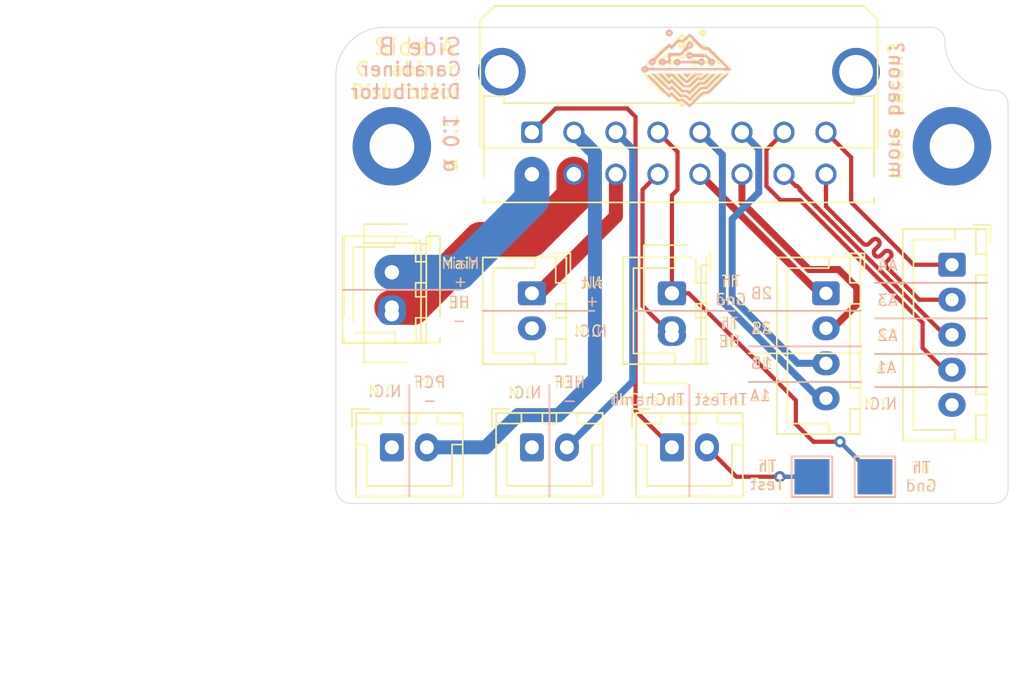
<source format=kicad_pcb>
(kicad_pcb (version 20211014) (generator pcbnew)
  (layers (0 "F.Cu" signal) (31 "B.Cu" signal) (34 "B.Paste" user) (35 "F.Paste" user) (36 "B.SilkS" user "B.Silkscreen") (37 "F.SilkS" user "F.Silkscreen") (38 "B.Mask" user) (39 "F.Mask" user) (44 "Edge.Cuts" user))
  (net 0 "")
  (net 1 "PcFanGnd")
  (net 2 "HotendFanGnd")
  (net 3 "A4")
  (net 4 "Stepper1A")
  (net 5 "Stepper1B")
  (net 6 "Stepper2A")
  (net 7 "Stepper2B")
  (net 8 "HotendNeg")
  (net 9 "A1")
  (net 10 "A2")
  (net 11 "A3")
  (net 12 "HotendFanSwitch")
  (net 13 "PcFanSwitch")
  (net 14 "AltVolt")
  (net 15 "ThCommonGnd")
  (net 16 "ThChamber")
  (net 17 "HotendVoltage")
  (net 18 "ThHotend")
  (net 21 "ThCommonTestPoint")
  (footprint "Connector_Molex:Molex_Micro-Fit_3.0_43045-1621_2x08-1MP_P3.00mm_Horizontal" (layer "F.Cu") (at 80 30)
    (fp_text reference "J2" hide)
    (fp_text value "MF-Horizontal 43045-1621")
    (pad "1" thru_hole roundrect (at 0 0) (size 1.5 1.5) (drill 1.02) (layers *.Cu *.Mask) (roundrect_rratio 0.166667) (net 16 "ThChamber"))
    (pad "2" thru_hole circle (at 3 0) (size 1.5 1.5) (drill 1.02) (layers *.Cu *.Mask) (net 1 "PcFanGnd"))
    (pad "3" thru_hole circle (at 6 0) (size 1.5 1.5) (drill 1.02) (layers *.Cu *.Mask) (net 2 "HotendFanGnd"))
    (pad "4" thru_hole circle (at 9 0) (size 1.5 1.5) (drill 1.02) (layers *.Cu *.Mask) (net 15 "ThCommonGnd"))
    (pad "5" thru_hole circle (at 12 0) (size 1.5 1.5) (drill 1.02) (layers *.Cu *.Mask) (net 4 "Stepper1A"))
    (pad "6" thru_hole circle (at 15 0) (size 1.5 1.5) (drill 1.02) (layers *.Cu *.Mask) (net 5 "Stepper1B"))
    (pad "7" thru_hole circle (at 18 0) (size 1.5 1.5) (drill 1.02) (layers *.Cu *.Mask) (net 9 "A1"))
    (pad "8" thru_hole circle (at 21 0) (size 1.5 1.5) (drill 1.02) (layers *.Cu *.Mask) (net 3 "A4"))
    (pad "9" thru_hole circle (at 0 3) (size 1.5 1.5) (drill 1.02) (layers *.Cu *.Mask) (net 17 "HotendVoltage"))
    (pad "10" thru_hole circle (at 3 3) (size 1.5 1.5) (drill 1.02) (layers *.Cu *.Mask) (net 8 "HotendNeg"))
    (pad "11" thru_hole circle (at 6 3) (size 1.5 1.5) (drill 1.02) (layers *.Cu *.Mask) (net 14 "AltVolt"))
    (pad "12" thru_hole circle (at 9 3) (size 1.5 1.5) (drill 1.02) (layers *.Cu *.Mask) (net 18 "ThHotend"))
    (pad "13" thru_hole circle (at 12 3) (size 1.5 1.5) (drill 1.02) (layers *.Cu *.Mask) (net 7 "Stepper2B"))
    (pad "14" thru_hole circle (at 15 3) (size 1.5 1.5) (drill 1.02) (layers *.Cu *.Mask) (net 6 "Stepper2A"))
    (pad "15" thru_hole circle (at 18 3) (size 1.5 1.5) (drill 1.02) (layers *.Cu *.Mask) (net 10 "A2"))
    (pad "16" thru_hole circle (at 21 3) (size 1.5 1.5) (drill 1.02) (layers *.Cu *.Mask) (net 11 "A3"))
    (pad "MP" thru_hole circle (at -2.15 -4.32) (size 3.41 3.41) (drill 2.41) (layers *.Cu *.Mask))
    (pad "MP" thru_hole circle (at 23.15 -4.32) (size 3.41 3.41) (drill 2.41) (layers *.Cu *.Mask))
  )
  (footprint "Connector_Molex:Molex_Micro-Fit_3.0_43650-0215_1x02_P3.00mm_Vertical" (layer "F.Cu") (at 90 41.5 -90)
    (fp_text reference "ThHe_MF1" hide)
    (fp_text value "Thermistor MF 43650-0215")
    (pad "" np_thru_hole circle (at -3 -1.96 270) (size 1.27 1.27) (drill 1.27) (layers *.Cu *.Mask))
    (pad "" np_thru_hole circle (at 6 -1.96 270) (size 1.27 1.27) (drill 1.27) (layers *.Cu *.Mask))
    (pad "1" thru_hole roundrect (at 0 0 270) (size 1.5 2.02) (drill 1.02) (layers *.Cu *.Mask) (roundrect_rratio 0.166667) (net 15 "ThCommonGnd"))
    (pad "2" thru_hole oval (at 3 0 270) (size 1.5 2.02) (drill 1.02) (layers *.Cu *.Mask) (net 18 "ThHotend"))
  )
  (footprint "Connector_JST:JST_XH_B4B-XH-A_1x04_P2.50mm_Vertical" (layer "F.Cu") (at 101 41.5 -90)
    (fp_text reference "Stepper1" hide)
    (fp_text value "E-Stepper")
    (pad "1" thru_hole roundrect (at 0 0 270) (size 1.7 1.95) (drill 0.95) (layers *.Cu *.Mask) (roundrect_rratio 0.147059) (net 7 "Stepper2B"))
    (pad "2" thru_hole oval (at 2.5 0 270) (size 1.7 1.95) (drill 0.95) (layers *.Cu *.Mask) (net 6 "Stepper2A"))
    (pad "3" thru_hole oval (at 5 0 270) (size 1.7 1.95) (drill 0.95) (layers *.Cu *.Mask) (net 5 "Stepper1B"))
    (pad "4" thru_hole oval (at 7.5 0 270) (size 1.7 1.95) (drill 0.95) (layers *.Cu *.Mask) (net 4 "Stepper1A"))
  )
  (footprint "Connector_JST:JST_XH_B2B-XH-A_1x02_P2.50mm_Vertical" (layer "F.Cu") (at 80 52.5)
    (fp_text reference "HEF1" hide)
    (fp_text value "HotendFan")
    (pad "1" thru_hole roundrect (at 0 0) (size 1.7 2) (drill 1) (layers *.Cu *.Mask) (roundrect_rratio 0.147059) (net 12 "HotendFanSwitch"))
    (pad "2" thru_hole oval (at 2.5 0) (size 1.7 2) (drill 1) (layers *.Cu *.Mask) (net 2 "HotendFanGnd"))
  )
  (footprint "Connector_JST:JST_XH_B2B-XH-A_1x02_P2.50mm_Vertical" (layer "F.Cu") (at 90 41.5 -90)
    (fp_text reference "ThHE1" hide)
    (fp_text value "Thermistor")
    (pad "1" thru_hole roundrect (at 0 0 270) (size 1.7 2) (drill 1) (layers *.Cu *.Mask) (roundrect_rratio 0.147059) (net 15 "ThCommonGnd"))
    (pad "2" thru_hole oval (at 2.5 0 270) (size 1.7 2) (drill 1) (layers *.Cu *.Mask) (net 18 "ThHotend"))
  )
  (footprint "TestPoint:TestPoint_Pad_2.5x2.5mm" (layer "F.Cu") (at 104.5 54.6)
    (fp_text reference "TP2" hide)
    (fp_text value "TestPoint")
    (pad "1" smd rect (at 0 0) (size 2.5 2.5) (layers "F.Cu" "F.Mask") (net 15 "ThCommonGnd"))
  )
  (footprint "MountingHole:MountingHole_3.2mm_M3_DIN965_Pad" (layer "F.Cu") (at 110 31)
    (fp_text reference "H1" hide)
    (fp_text value "MountingHole")
    (pad "1" thru_hole circle (at 0 0) (size 5.6 5.6) (drill 3.2) (layers *.Cu *.Mask))
  )
  (footprint "MountingHole:MountingHole_3.2mm_M3_DIN965_Pad" (layer "F.Cu") (at 70 31)
    (fp_text reference "H2" hide)
    (fp_text value "MountingHole")
    (pad "1" thru_hole circle (at 0 0) (size 5.6 5.6) (drill 3.2) (layers *.Cu *.Mask))
  )
  (footprint "Connector_JST:JST_XH_B2B-XH-A_1x02_P2.50mm_Vertical" (layer "F.Cu") (at 70 40 -90)
    (fp_text reference "HotendXH1" hide)
    (fp_text value "HotendXHTool")
    (pad "1" thru_hole roundrect (at 0 0 270) (size 1.7 2) (drill 1) (layers *.Cu *.Mask) (roundrect_rratio 0.147059) (net 17 "HotendVoltage"))
    (pad "2" thru_hole oval (at 2.5 0 270) (size 1.7 2) (drill 1) (layers *.Cu *.Mask) (net 8 "HotendNeg"))
  )
  (footprint "TestPoint:TestPoint_Pad_2.5x2.5mm" (layer "F.Cu") (at 100 54.6)
    (fp_text reference "TP1" hide)
    (fp_text value "TestPoint")
    (pad "1" smd rect (at 0 0) (size 2.5 2.5) (layers "F.Cu" "F.Mask") (net 21 "ThCommonTestPoint"))
  )
  (footprint "Connector_Molex:Molex_Micro-Fit_3.0_43045-1600_2x08_P3.00mm_Horizontal" (layer "F.Cu") (at 80 30)
    (fp_text reference "J7" hide)
    (fp_text value "MF-Horizontal 43045-1600")
    (pad "" np_thru_hole circle (at 2.16 -4.32) (size 3 3) (drill 3) (layers *.Cu *.Mask))
    (pad "" np_thru_hole circle (at 18.86 -4.32) (size 3 3) (drill 3) (layers *.Cu *.Mask))
    (pad "1" thru_hole roundrect (at 0 0) (size 1.5 1.5) (drill 1.02) (layers *.Cu *.Mask) (roundrect_rratio 0.166667) (net 16 "ThChamber"))
    (pad "2" thru_hole circle (at 3 0) (size 1.5 1.5) (drill 1.02) (layers *.Cu *.Mask) (net 1 "PcFanGnd"))
    (pad "3" thru_hole circle (at 6 0) (size 1.5 1.5) (drill 1.02) (layers *.Cu *.Mask) (net 2 "HotendFanGnd"))
    (pad "4" thru_hole circle (at 9 0) (size 1.5 1.5) (drill 1.02) (layers *.Cu *.Mask) (net 15 "ThCommonGnd"))
    (pad "5" thru_hole circle (at 12 0) (size 1.5 1.5) (drill 1.02) (layers *.Cu *.Mask) (net 4 "Stepper1A"))
    (pad "6" thru_hole circle (at 15 0) (size 1.5 1.5) (drill 1.02) (layers *.Cu *.Mask) (net 5 "Stepper1B"))
    (pad "7" thru_hole circle (at 18 0) (size 1.5 1.5) (drill 1.02) (layers *.Cu *.Mask) (net 9 "A1"))
    (pad "8" thru_hole circle (at 21 0) (size 1.5 1.5) (drill 1.02) (layers *.Cu *.Mask) (net 3 "A4"))
    (pad "9" thru_hole circle (at 0 3) (size 1.5 1.5) (drill 1.02) (layers *.Cu *.Mask) (net 17 "HotendVoltage"))
    (pad "10" thru_hole circle (at 3 3) (size 1.5 1.5) (drill 1.02) (layers *.Cu *.Mask) (net 8 "HotendNeg"))
    (pad "11" thru_hole circle (at 6 3) (size 1.5 1.5) (drill 1.02) (layers *.Cu *.Mask) (net 14 "AltVolt"))
    (pad "12" thru_hole circle (at 9 3) (size 1.5 1.5) (drill 1.02) (layers *.Cu *.Mask) (net 18 "ThHotend"))
    (pad "13" thru_hole circle (at 12 3) (size 1.5 1.5) (drill 1.02) (layers *.Cu *.Mask) (net 7 "Stepper2B"))
    (pad "14" thru_hole circle (at 15 3) (size 1.5 1.5) (drill 1.02) (layers *.Cu *.Mask) (net 6 "Stepper2A"))
    (pad "15" thru_hole circle (at 18 3) (size 1.5 1.5) (drill 1.02) (layers *.Cu *.Mask) (net 10 "A2"))
    (pad "16" thru_hole circle (at 21 3) (size 1.5 1.5) (drill 1.02) (layers *.Cu *.Mask) (net 11 "A3"))
  )
  (footprint "Connector_JST:JST_XH_B2B-XH-A_1x02_P2.50mm_Vertical" (layer "F.Cu") (at 90 52.5)
    (fp_text reference "Chamber1" hide)
    (fp_text value "Thermistor")
    (pad "1" thru_hole roundrect (at 0 0) (size 1.7 2) (drill 1) (layers *.Cu *.Mask) (roundrect_rratio 0.147059) (net 16 "ThChamber"))
    (pad "2" thru_hole oval (at 2.5 0) (size 1.7 2) (drill 1) (layers *.Cu *.Mask) (net 21 "ThCommonTestPoint"))
  )
  (footprint "Connector_Molex:Molex_Micro-Fit_3.0_43650-0215_1x02_P3.00mm_Vertical" (layer "F.Cu") (at 70 40 -90)
    (fp_text reference "HotendMF1" hide)
    (fp_text value "Hotend MF 43650-0215")
    (pad "" np_thru_hole circle (at -3 -1.96 270) (size 1.27 1.27) (drill 1.27) (layers *.Cu *.Mask))
    (pad "" np_thru_hole circle (at 6 -1.96 270) (size 1.27 1.27) (drill 1.27) (layers *.Cu *.Mask))
    (pad "1" thru_hole roundrect (at 0 0 270) (size 1.5 2.02) (drill 1.02) (layers *.Cu *.Mask) (roundrect_rratio 0.166667) (net 17 "HotendVoltage"))
    (pad "2" thru_hole oval (at 3 0 270) (size 1.5 2.02) (drill 1.02) (layers *.Cu *.Mask) (net 8 "HotendNeg"))
  )
  (footprint "Annex:AnnexLogoFSilk" (layer "F.Cu") (at 91 25.5)
    (fp_text reference "G***" hide)
    (fp_text value "LOGO" hide)
  )
  (footprint "Connector_JST:JST_XH_B2B-XH-A_1x02_P2.50mm_Vertical" (layer "F.Cu") (at 70 52.5)
    (fp_text reference "PCF1" hide)
    (fp_text value "PcFan1")
    (pad "1" thru_hole roundrect (at 0 0) (size 1.7 2) (drill 1) (layers *.Cu *.Mask) (roundrect_rratio 0.147059) (net 13 "PcFanSwitch"))
    (pad "2" thru_hole oval (at 2.5 0) (size 1.7 2) (drill 1) (layers *.Cu *.Mask) (net 1 "PcFanGnd"))
  )
  (footprint "Connector_Molex:Molex_Micro-Fit_3.0_43045-0212_2x01_P3.00mm_Vertical" (layer "F.Cu") (at 70 40)
    (fp_text reference "HotendMF2" hide)
    (fp_text value " Hotend MF 43045-0212")
    (pad "" np_thru_hole circle (at 3 3.94) (size 1 1) (drill 1) (layers *.Cu *.Mask))
    (pad "" np_thru_hole circle (at -3 3.94) (size 1 1) (drill 1) (layers *.Cu *.Mask))
    (pad "1" thru_hole roundrect (at 0 0) (size 1.5 1.5) (drill 1) (layers *.Cu *.Mask) (roundrect_rratio 0.166667) (net 17 "HotendVoltage"))
    (pad "2" thru_hole circle (at 0 3) (size 1.5 1.5) (drill 1) (layers *.Cu *.Mask) (net 8 "HotendNeg"))
  )
  (footprint "Connector_Molex:Molex_Micro-Fit_3.0_43045-1612_2x08_P3.00mm_Vertical" (layer "F.Cu") (at 80 30)
    (fp_text reference "J1" hide)
    (fp_text value "MF-Vertical  43045-1612")
    (pad "" np_thru_hole circle (at 24 3.94) (size 1 1) (drill 1) (layers *.Cu *.Mask))
    (pad "" np_thru_hole circle (at -3 3.94) (size 1 1) (drill 1) (layers *.Cu *.Mask))
    (pad "1" thru_hole roundrect (at 0 0) (size 1.5 1.5) (drill 1) (layers *.Cu *.Mask) (roundrect_rratio 0.166667) (net 16 "ThChamber"))
    (pad "2" thru_hole circle (at 3 0) (size 1.5 1.5) (drill 1) (layers *.Cu *.Mask) (net 1 "PcFanGnd"))
    (pad "3" thru_hole circle (at 6 0) (size 1.5 1.5) (drill 1) (layers *.Cu *.Mask) (net 2 "HotendFanGnd"))
    (pad "4" thru_hole circle (at 9 0) (size 1.5 1.5) (drill 1) (layers *.Cu *.Mask) (net 15 "ThCommonGnd"))
    (pad "5" thru_hole circle (at 12 0) (size 1.5 1.5) (drill 1) (layers *.Cu *.Mask) (net 4 "Stepper1A"))
    (pad "6" thru_hole circle (at 15 0) (size 1.5 1.5) (drill 1) (layers *.Cu *.Mask) (net 5 "Stepper1B"))
    (pad "7" thru_hole circle (at 18 0) (size 1.5 1.5) (drill 1) (layers *.Cu *.Mask) (net 9 "A1"))
    (pad "8" thru_hole circle (at 21 0) (size 1.5 1.5) (drill 1) (layers *.Cu *.Mask) (net 3 "A4"))
    (pad "9" thru_hole circle (at 0 3) (size 1.5 1.5) (drill 1) (layers *.Cu *.Mask) (net 17 "HotendVoltage"))
    (pad "10" thru_hole circle (at 3 3) (size 1.5 1.5) (drill 1) (layers *.Cu *.Mask) (net 8 "HotendNeg"))
    (pad "11" thru_hole circle (at 6 3) (size 1.5 1.5) (drill 1) (layers *.Cu *.Mask) (net 14 "AltVolt"))
    (pad "12" thru_hole circle (at 9 3) (size 1.5 1.5) (drill 1) (layers *.Cu *.Mask) (net 18 "ThHotend"))
    (pad "13" thru_hole circle (at 12 3) (size 1.5 1.5) (drill 1) (layers *.Cu *.Mask) (net 7 "Stepper2B"))
    (pad "14" thru_hole circle (at 15 3) (size 1.5 1.5) (drill 1) (layers *.Cu *.Mask) (net 6 "Stepper2A"))
    (pad "15" thru_hole circle (at 18 3) (size 1.5 1.5) (drill 1) (layers *.Cu *.Mask) (net 10 "A2"))
    (pad "16" thru_hole circle (at 21 3) (size 1.5 1.5) (drill 1) (layers *.Cu *.Mask) (net 11 "A3"))
  )
  (footprint "Connector_JST:JST_XH_B2B-XH-A_1x02_P2.50mm_Vertical" (layer "F.Cu") (at 80 41.5 -90)
    (fp_text reference "AV1" hide)
    (fp_text value "AltVolt")
    (pad "1" thru_hole roundrect (at 0 0 270) (size 1.7 2) (drill 1) (layers *.Cu *.Mask) (roundrect_rratio 0.147059) (net 14 "AltVolt"))
    (pad "2" thru_hole oval (at 2.5 0 270) (size 1.7 2) (drill 1) (layers *.Cu *.Mask))
  )
  (footprint "Connector_JST:JST_XH_B5B-XH-A_1x05_P2.50mm_Vertical" (layer "F.Cu") (at 110 39.46 -90)
    (fp_text reference "Probe1" hide)
    (fp_text value "Probe")
    (pad "1" thru_hole roundrect (at 0 0 270) (size 1.7 1.95) (drill 0.95) (layers *.Cu *.Mask) (roundrect_rratio 0.147059) (net 3 "A4"))
    (pad "2" thru_hole oval (at 2.5 0 270) (size 1.7 1.95) (drill 0.95) (layers *.Cu *.Mask) (net 11 "A3"))
    (pad "3" thru_hole oval (at 5 0 270) (size 1.7 1.95) (drill 0.95) (layers *.Cu *.Mask) (net 10 "A2"))
    (pad "4" thru_hole oval (at 7.5 0 270) (size 1.7 1.95) (drill 0.95) (layers *.Cu *.Mask) (net 9 "A1"))
    (pad "5" thru_hole oval (at 10 0 270) (size 1.7 1.95) (drill 0.95) (layers *.Cu *.Mask))
  )
  (footprint "TestPoint:TestPoint_Pad_2.5x2.5mm" (layer "B.Cu") (at 104.5 54.6 180)
    (fp_text reference "TP4" hide)
    (fp_text value "TestPoint")
    (pad "1" smd rect (at 0 0 180) (size 2.5 2.5) (layers "B.Cu" "B.Mask") (net 15 "ThCommonGnd"))
  )
  (footprint "Annex:AnnexLogoFSilk" (layer "B.Cu") (at 91 25.5 180)
    (fp_text reference "G***" hide)
    (fp_text value "LOGO" hide)
  )
  (footprint "TestPoint:TestPoint_Pad_2.5x2.5mm" (layer "B.Cu") (at 100 54.6 180)
    (fp_text reference "TP3" hide)
    (fp_text value "TestPoint")
    (pad "1" smd rect (at 0 0 180) (size 2.5 2.5) (layers "B.Cu" "B.Mask") (net 21 "ThCommonTestPoint"))
  )
  (gr_line (start 112.5 40.75) (end 104.5 40.75) (layer "B.SilkS") (width 0.12))
  (gr_line (start 103.5 42.75) (end 95.5 42.75) (layer "B.SilkS") (width 0.12))
  (gr_line (start 66.49 41.25) (end 75 41.25) (layer "B.SilkS") (width 0.12))
  (gr_line (start 81.25 56.01) (end 81.25 48.05) (layer "B.SilkS") (width 0.12))
  (gr_line (start 103.5 45.29) (end 95.5 45.29) (layer "B.SilkS") (width 0.12))
  (gr_line (start 112.5 43.29) (end 104.5 43.29) (layer "B.SilkS") (width 0.12))
  (gr_line (start 94.46 42.75) (end 87.25 42.75) (layer "B.SilkS") (width 0.12))
  (gr_line (start 103.5 47.83) (end 95.5 47.83) (layer "B.SilkS") (width 0.12))
  (gr_line (start 91.25 56.01) (end 91.25 48.04) (layer "B.SilkS") (width 0.12))
  (gr_line (start 112.5 45.83) (end 104.5 45.83) (layer "B.SilkS") (width 0.12))
  (gr_line (start 76.49 42.75) (end 84.46 42.75) (layer "B.SilkS") (width 0.12))
  (gr_line (start 112.5 48.2) (end 104.5 48.2) (layer "B.SilkS") (width 0.12))
  (gr_line (start 71.25 56.01) (end 71.25 48.05) (layer "B.SilkS") (width 0.12))
  (gr_line (start 103.5 47.83) (end 95.5 47.83) (layer "F.SilkS") (width 0.12))
  (gr_line (start 91.25 56.01) (end 91.25 48.04) (layer "F.SilkS") (width 0.12))
  (gr_line (start 71.25 56.01) (end 71.25 48.05) (layer "F.SilkS") (width 0.12))
  (gr_line (start 81.25 56.01) (end 81.25 48.05) (layer "F.SilkS") (width 0.12))
  (gr_line (start 112.5 45.83) (end 104.5 45.83) (layer "F.SilkS") (width 0.12))
  (gr_line (start 103.5 45.79) (end 95.5 45.79) (layer "F.SilkS") (width 0.12))
  (gr_line (start 112.5 48.2) (end 104.5 48.2) (layer "F.SilkS") (width 0.12))
  (gr_line (start 94.46 42.75) (end 87.25 42.75) (layer "F.SilkS") (width 0.12))
  (gr_line (start 66.49 41.25) (end 75 41.25) (layer "F.SilkS") (width 0.12))
  (gr_line (start 76.49 42.75) (end 84.46 42.75) (layer "F.SilkS") (width 0.12))
  (gr_line (start 112.5 43.29) (end 104.5 43.29) (layer "F.SilkS") (width 0.12))
  (gr_line (start 112.5 40.75) (end 104.5 40.75) (layer "F.SilkS") (width 0.12))
  (gr_line (start 103.5 42.75) (end 95.5 42.75) (layer "F.SilkS") (width 0.12))
  (gr_arc (start 113 27) (mid 110.525126 25.974874) (end 109.5 23.5) (layer "Edge.Cuts") (width 0.05))
  (gr_line (start 105.4 22.5) (end 69.5 22.5) (layer "Edge.Cuts") (width 0.05))
  (gr_arc (start 108.5 22.5) (mid 109.207107 22.792893) (end 109.5 23.5) (layer "Edge.Cuts") (width 0.05))
  (gr_arc (start 114 55.5) (mid 113.704299 56.204299) (end 113 56.5) (layer "Edge.Cuts") (width 0.05))
  (gr_line (start 113 56.5) (end 67 56.5) (layer "Edge.Cuts") (width 0.05))
  (gr_line (start 66 55.5) (end 66 26) (layer "Edge.Cuts") (width 0.05))
  (gr_arc (start 113 27) (mid 113.707107 27.292893) (end 114 28) (layer "Edge.Cuts") (width 0.05))
  (gr_line (start 114 28) (end 114 55.5) (layer "Edge.Cuts") (width 0.05))
  (gr_arc (start 67 56.5) (mid 66.319003 56.180997) (end 66 55.5) (layer "Edge.Cuts") (width 0.05))
  (gr_arc (start 66 26) (mid 67.025126 23.525126) (end 69.5 22.5) (layer "Edge.Cuts") (width 0.05))
  (gr_line (start 105.4 22.5) (end 108.5 22.5) (layer "Edge.Cuts") (width 0.05))
  (gr_text "Th\nGnd" (at 94.2 41.3) (layer "B.SilkS") (effects (font (size 0.8 0.8) (thickness 0.1)) (justify mirror)))
  (gr_text "Th\nTest" (at 96.8 54.5) (layer "B.SilkS") (effects (font (size 0.8 0.8) (thickness 0.1)) (justify mirror)))
  (gr_text "A3" (at 105.4 42) (layer "B.SilkS") (effects (font (size 0.8 0.8) (thickness 0.1)) (justify mirror)))
  (gr_text "N.C." (at 84.2 44.2) (layer "B.SilkS") (effects (font (size 0.8 0.8) (thickness 0.1)) (justify mirror)))
  (gr_text "ThTest" (at 93.5 49.1) (layer "B.SilkS") (effects (font (size 0.8 0.8) (thickness 0.1)) (justify mirror)))
  (gr_text "PCF\n-" (at 72.7 48.5) (layer "B.SilkS") (effects (font (size 0.8 0.8) (thickness 0.1)) (justify mirror)))
  (gr_text "ThChamb" (at 91 49.1) (layer "B.SilkS") (effects (font (size 0.8 0.8) (thickness 0.1)) (justify left mirror)))
  (gr_text "A2" (at 105.4 44.5) (layer "B.SilkS") (effects (font (size 0.8 0.8) (thickness 0.1)) (justify mirror)))
  (gr_text "HE\n-" (at 74.8 42.8) (layer "B.SilkS") (effects (font (size 0.8 0.8) (thickness 0.1)) (justify mirror)))
  (gr_text "1B" (at 96.4 46.5) (layer "B.SilkS") (effects (font (size 0.8 0.8) (thickness 0.1)) (justify mirror)))
  (gr_text "1A" (at 96.3 48.8) (layer "B.SilkS") (effects (font (size 0.8 0.8) (thickness 0.1)) (justify mirror)))
  (gr_text "α 0.1" (at 74.2 30.8 -90) (layer "B.SilkS") (effects (font (size 1 1)) (justify mirror)))
  (gr_text "N.C." (at 104.9 49.4) (layer "B.SilkS") (effects (font (size 0.8 0.8) (thickness 0.1)) (justify mirror)))
  (gr_text "Carabiner \nDistributor\n" (at 71 26.3) (layer "B.SilkS") (effects (font (size 1 1)) (justify mirror)))
  (gr_text "N.C." (at 69.5 48.5) (layer "B.SilkS") (effects (font (size 0.8 0.8) (thickness 0.1)) (justify mirror)))
  (gr_text "Main\n+" (at 74.9 40) (layer "B.SilkS") (effects (font (size 0.8 0.8) (thickness 0.1)) (justify mirror)))
  (gr_text "2B" (at 96.4 41.5) (layer "B.SilkS") (effects (font (size 0.8 0.8) (thickness 0.1)) (justify mirror)))
  (gr_text "more bacon?" (at 105.993263 28.44225 -90) (layer "B.SilkS") (effects (font (size 1 1)) (justify mirror)))
  (gr_text "A4" (at 105.4 39.5) (layer "B.SilkS") (effects (font (size 0.8 0.8) (thickness 0.1)) (justify mirror)))
  (gr_text "Th\nHE" (at 94.1 44.3) (layer "B.SilkS") (effects (font (size 0.8 0.8) (thickness 0.1)) (justify mirror)))
  (gr_text "N.C." (at 79.5 48.6) (layer "B.SilkS") (effects (font (size 0.8 0.8) (thickness 0.1)) (justify mirror)))
  (gr_text "Alt\n+" (at 84.3 41.4) (layer "B.SilkS") (effects (font (size 0.8 0.8) (thickness 0.1)) (justify mirror)))
  (gr_text "HEF\n-" (at 82.7 48.5) (layer "B.SilkS") (effects (font (size 0.8 0.8) (thickness 0.1)) (justify mirror)))
  (gr_text "2A" (at 96.4 44) (layer "B.SilkS") (effects (font (size 0.8 0.8) (thickness 0.1)) (justify mirror)))
  (gr_text "Side B" (at 72 23.9) (layer "B.SilkS") (effects (font (size 1.2 1.2)) (justify mirror)))
  (gr_text "A1" (at 105.3 46.8) (layer "B.SilkS") (effects (font (size 0.8 0.8) (thickness 0.1)) (justify mirror)))
  (gr_text "Th\nGnd" (at 107.8 54.6) (layer "B.SilkS") (effects (font (size 0.8 0.8) (thickness 0.1)) (justify mirror)))
  (gr_text "A3" (at 105.4 42) (layer "F.SilkS") (effects (font (size 0.8 0.8) (thickness 0.1))))
  (gr_text "N.C." (at 84.2 44.2) (layer "F.SilkS") (effects (font (size 0.8 0.8) (thickness 0.1))))
  (gr_text "Th\nTest" (at 96.8 54.5) (layer "F.SilkS") (effects (font (size 0.8 0.8) (thickness 0.1))))
  (gr_text "A2" (at 105.4 44.5) (layer "F.SilkS") (effects (font (size 0.8 0.8) (thickness 0.1))))
  (gr_text "ThChamb" (at 91 49.1) (layer "F.SilkS") (effects (font (size 0.8 0.8) (thickness 0.1)) (justify right)))
  (gr_text "Th\nHE" (at 94.1 44.3) (layer "F.SilkS") (effects (font (size 0.8 0.8) (thickness 0.1))))
  (gr_text "2A" (at 96.4 44) (layer "F.SilkS") (effects (font (size 0.8 0.8) (thickness 0.1))))
  (gr_text "more bacon?" (at 106 28.5 90) (layer "F.SilkS") (effects (font (size 1 1))))
  (gr_text "N.C." (at 69.5 48.5) (layer "F.SilkS") (effects (font (size 0.8 0.8) (thickness 0.1))))
  (gr_text "PCF\n-" (at 72.7 48.5) (layer "F.SilkS") (effects (font (size 0.8 0.8) (thickness 0.1))))
  (gr_text "Th\nGnd" (at 94.2 41.3) (layer "F.SilkS") (effects (font (size 0.8 0.8) (thickness 0.1))))
  (gr_text "N.C." (at 79.5 48.6) (layer "F.SilkS") (effects (font (size 0.8 0.8) (thickness 0.1))))
  (gr_text "Alt\n+" (at 84.3 41.4) (layer "F.SilkS") (effects (font (size 0.8 0.8) (thickness 0.1))))
  (gr_text "A1" (at 105.3 46.8) (layer "F.SilkS") (effects (font (size 0.8 0.8) (thickness 0.1))))
  (gr_text "A4" (at 105.4 39.5) (layer "F.SilkS") (effects (font (size 0.8 0.8) (thickness 0.1))))
  (gr_text "Carabiner\nDistributor" (at 71 26.3) (layer "F.SilkS") (effects (font (size 1 1))))
  (gr_text "1A" (at 96.3 48.8) (layer "F.SilkS") (effects (font (size 0.8 0.8) (thickness 0.1))))
  (gr_text "2B" (at 96.4 41.5) (layer "F.SilkS") (effects (font (size 0.8 0.8) (thickness 0.1))))
  (gr_text "Th\nGnd" (at 107.8 54.6) (layer "F.SilkS") (effects (font (size 0.8 0.8) (thickness 0.1))))
  (gr_text "HEF\n-" (at 82.7 48.5) (layer "F.SilkS") (effects (font (size 0.8 0.8) (thickness 0.1))))
  (gr_text "Side A" (at 71.6 23.9) (layer "F.SilkS") (effects (font (size 1.2 1.2))))
  (gr_text "α 0.1" (at 74.2 30.8 90) (layer "F.SilkS") (effects (font (size 1 1))))
  (gr_text "HE\n-" (at 74.8 42.8) (layer "F.SilkS") (effects (font (size 0.8 0.8) (thickness 0.1))))
  (gr_text "1B" (at 96.4 46.5) (layer "F.SilkS") (effects (font (size 0.8 0.8) (thickness 0.1))))
  (gr_text "N.C." (at 104.9 49.4) (layer "F.SilkS") (effects (font (size 0.8 0.8) (thickness 0.1))))
  (gr_text "Main\n+" (at 74.9 40) (layer "F.SilkS") (effects (font (size 0.8 0.8) (thickness 0.1))))
  (gr_text "ThTest" (at 93.5 49.1) (layer "F.SilkS") (effects (font (size 0.8 0.8) (thickness 0.1))))
  (segment (start 84.5 31.5) (end 83 30) (width 1) (layer "B.Cu") (net 1))
  (segment (start 76.7 52.5) (end 79 50.2) (width 1) (layer "B.Cu") (net 1))
  (segment (start 79 50.2) (end 81.9 50.2) (width 1) (layer "B.Cu") (net 1))
  (segment (start 81.9 50.2) (end 84.5 47.6) (width 1) (layer "B.Cu") (net 1))
  (segment (start 72.5 52.5) (end 76.7 52.5) (width 1) (layer "B.Cu") (net 1))
  (segment (start 84.5 47.6) (end 84.5 31.5) (width 1) (layer "B.Cu") (net 1))
  (segment (start 86 30) (end 87.199511 31.199511) (width 0.5) (layer "B.Cu") (net 2))
  (segment (start 87.199511 31.199511) (end 87.199511 47.800489) (width 0.5) (layer "B.Cu") (net 2))
  (segment (start 87.199511 47.800489) (end 82.5 52.5) (width 0.5) (layer "B.Cu") (net 2))
  (segment (start 101 30) (end 102.8 31.8) (width 0.3) (layer "F.Cu") (net 3))
  (segment (start 107.26 39.46) (end 110 39.46) (width 0.3) (layer "F.Cu") (net 3))
  (segment (start 102.8 35) (end 107.26 39.46) (width 0.3) (layer "F.Cu") (net 3))
  (segment (start 102.8 31.8) (end 102.8 35) (width 0.3) (layer "F.Cu") (net 3))
  (segment (start 93.6 42.1) (end 93.6 31.6) (width 0.5) (layer "B.Cu") (net 4))
  (segment (start 93.6 31.6) (end 92 30) (width 0.5) (layer "B.Cu") (net 4))
  (segment (start 101 49.5) (end 93.6 42.1) (width 0.5) (layer "B.Cu") (net 4))
  (segment (start 96.199511 34.300489) (end 96.199511 31.199511) (width 0.5) (layer "B.Cu") (net 5))
  (segment (start 101 46.5) (end 98.98927 46.5) (width 0.5) (layer "B.Cu") (net 5))
  (segment (start 97.744635 45.255365) (end 94.29952 41.81025) (width 0.5) (layer "B.Cu") (net 5))
  (segment (start 96.199511 31.199511) (end 95 30) (width 0.5) (layer "B.Cu") (net 5))
  (segment (start 94.29952 41.81025) (end 94.29952 36.20048) (width 0.5) (layer "B.Cu") (net 5))
  (segment (start 94.29952 36.20048) (end 96.199511 34.300489) (width 0.5) (layer "B.Cu") (net 5))
  (segment (start 98.98927 46.5) (end 97.744635 45.255365) (width 0.5) (layer "B.Cu") (net 5))
  (segment (start 101.3 39.8) (end 101.9 39.8) (width 0.5) (layer "F.Cu") (net 6))
  (segment (start 103.2 42.3) (end 101 44.5) (width 0.5) (layer "F.Cu") (net 6))
  (segment (start 95 35.01073) (end 99.78927 39.8) (width 0.5) (layer "F.Cu") (net 6))
  (segment (start 103.2 41.1) (end 103.2 42.3) (width 0.5) (layer "F.Cu") (net 6))
  (segment (start 95 33) (end 95 35.01073) (width 0.5) (layer "F.Cu") (net 6))
  (segment (start 99.78927 39.8) (end 101.3 39.8) (width 0.5) (layer "F.Cu") (net 6))
  (segment (start 101.9 39.8) (end 103.2 41.1) (width 0.5) (layer "F.Cu") (net 6))
  (segment (start 92 33) (end 101 42) (width 0.5) (layer "F.Cu") (net 7))
  (segment (start 71.5 42.5) (end 70 42.5) (width 2.5) (layer "F.Cu") (net 8))
  (segment (start 76.341151 37.658849) (end 71.5 42.5) (width 2.5) (layer "F.Cu") (net 8))
  (segment (start 79.958849 37.658849) (end 76.341151 37.658849) (width 2.5) (layer "F.Cu") (net 8))
  (segment (start 83 33) (end 83 34.617698) (width 2.5) (layer "F.Cu") (net 8))
  (segment (start 83 34.617698) (end 79.958849 37.658849) (width 2.5) (layer "F.Cu") (net 8))
  (segment (start 99.143572 34.85) (end 97.75 34.85) (width 0.3) (layer "F.Cu") (net 9))
  (segment (start 109.46 46.96) (end 107.9 45.4) (width 0.3) (layer "F.Cu") (net 9))
  (segment (start 96.75 31.25) (end 98 30) (width 0.3) (layer "F.Cu") (net 9))
  (segment (start 107.9 43.606428) (end 99.143572 34.85) (width 0.3) (layer "F.Cu") (net 9))
  (segment (start 96.75 33.85) (end 96.75 31.25) (width 0.3) (layer "F.Cu") (net 9))
  (segment (start 107.9 45.4) (end 107.9 43.606428) (width 0.3) (layer "F.Cu") (net 9))
  (segment (start 97.75 34.85) (end 96.75 33.85) (width 0.3) (layer "F.Cu") (net 9))
  (segment (start 110 46.96) (end 109.46 46.96) (width 0.3) (layer "F.Cu") (net 9))
  (segment (start 99.17 34.07) (end 98.94 33.84) (width 0.3) (layer "F.Cu") (net 10))
  (segment (start 98.94 33.84) (end 98.84 33.84) (width 0.3) (layer "F.Cu") (net 10))
  (segment (start 109.46 44.46) (end 99.12 34.12) (width 0.3) (layer "F.Cu") (net 10))
  (segment (start 98.84 33.84) (end 98 33) (width 0.3) (layer "F.Cu") (net 10))
  (segment (start 99.12 34.12) (end 99.17 34.07) (width 0.3) (layer "F.Cu") (net 10))
  (segment (start 110 44.46) (end 109.46 44.46) (width 0.3) (layer "F.Cu") (net 10))
  (segment (start 104.742195 38.130598) (end 104.742194 38.130599) (width 0.3) (layer "F.Cu") (net 11))
  (segment (start 104.317931 37.706334) (end 104.077479 37.946785) (width 0.3) (layer "F.Cu") (net 11))
  (segment (start 107.666428 41.96) (end 105.350269 39.643841) (width 0.3) (layer "F.Cu") (net 11))
  (segment (start 103.653214 37.946786) (end 101 35.293572) (width 0.3) (layer "F.Cu") (net 11))
  (segment (start 105.350269 39.219577) (end 105.590723 38.979126) (width 0.3) (layer "F.Cu") (net 11))
  (segment (start 110 41.96) (end 107.666428 41.96) (width 0.3) (layer "F.Cu") (net 11))
  (segment (start 101 35.293572) (end 101 33) (width 0.3) (layer "F.Cu") (net 11))
  (segment (start 104.501742 38.795314) (end 104.501741 38.795313) (width 0.3) (layer "F.Cu") (net 11))
  (segment (start 105.590723 38.979126) (end 105.590722 38.979127) (width 0.3) (layer "F.Cu") (net 11))
  (segment (start 105.166459 38.554862) (end 104.926007 38.795313) (width 0.3) (layer "F.Cu") (net 11))
  (segment (start 104.501741 38.371049) (end 104.742195 38.130598) (width 0.3) (layer "F.Cu") (net 11))
  (arc (start 104.742194 38.130599) (mid 104.830062 37.918466) (end 104.742195 37.706334) (width 0.3) (layer "F.Cu") (net 11))
  (arc (start 105.590722 38.979127) (mid 105.67859 38.766994) (end 105.590723 38.554862) (width 0.3) (layer "F.Cu") (net 11))
  (arc (start 105.350269 39.643841) (mid 105.262401 39.431709) (end 105.350269 39.219577) (width 0.3) (layer "F.Cu") (net 11))
  (arc (start 104.077479 37.946785) (mid 103.865348 38.034655) (end 103.653214 37.946786) (width 0.3) (layer "F.Cu") (net 11))
  (arc (start 104.501741 38.795313) (mid 104.413873 38.583181) (end 104.501741 38.371049) (width 0.3) (layer "F.Cu") (net 11))
  (arc (start 105.590723 38.554862) (mid 105.378591 38.466994) (end 105.166459 38.554862) (width 0.3) (layer "F.Cu") (net 11))
  (arc (start 104.926007 38.795313) (mid 104.713876 38.883183) (end 104.501742 38.795314) (width 0.3) (layer "F.Cu") (net 11))
  (arc (start 104.742195 37.706334) (mid 104.530063 37.618466) (end 104.317931 37.706334) (width 0.3) (layer "F.Cu") (net 11))
  (segment (start 86 36) (end 80.5 41.5) (width 1) (layer "F.Cu") (net 14))
  (segment (start 80.5 41.5) (end 80 41.5) (width 1) (layer "F.Cu") (net 14))
  (segment (start 86 33) (end 86 36) (width 1) (layer "F.Cu") (net 14))
  (segment (start 90.4 31.4) (end 90.4 34.1) (width 0.3) (layer "F.Cu") (net 15))
  (segment (start 102 52.1) (end 100.1 52.1) (width 0.3) (layer "F.Cu") (net 15))
  (segment (start 100.1 52.1) (end 98.85 50.85) (width 0.3) (layer "F.Cu") (net 15))
  (segment (start 90 42) (end 90 34.5) (width 0.3) (layer "F.Cu") (net 15))
  (segment (start 90 41.5) (end 91.2 41.5) (width 0.3) (layer "F.Cu") (net 15))
  (segment (start 91.2 41.5) (end 98.85 49.15) (width 0.3) (layer "F.Cu") (net 15))
  (segment (start 89 30) (end 90.4 31.4) (width 0.3) (layer "F.Cu") (net 15))
  (segment (start 90 34.5) (end 90.4 34.1) (width 0.3) (layer "F.Cu") (net 15))
  (segment (start 104.5 54.6) (end 102 52.1) (width 0.3) (layer "F.Cu") (net 15))
  (segment (start 98.85 49.15) (end 98.85 50.85) (width 0.3) (layer "F.Cu") (net 15))
  (via (at 102 52.1) (size 0.8) (drill 0.4) (layers "F.Cu" "B.Cu") (net 15))
  (segment (start 102 52.1) (end 104.5 54.6) (width 0.3) (layer "B.Cu") (net 15))
  (segment (start 86.8 28.3) (end 87.4 28.9) (width 0.3) (layer "F.Cu") (net 16))
  (segment (start 81.7 28.3) (end 86.8 28.3) (width 0.3) (layer "F.Cu") (net 16))
  (segment (start 87.4 28.9) (end 87.4 49.9) (width 0.3) (layer "F.Cu") (net 16))
  (segment (start 80 30) (end 81.7 28.3) (width 0.3) (layer "F.Cu") (net 16))
  (segment (start 87.4 49.9) (end 90 52.5) (width 0.3) (layer "F.Cu") (net 16))
  (segment (start 80 34.8) (end 80 33) (width 2.5) (layer "B.Cu") (net 17))
  (segment (start 74.8 40) (end 80 34.8) (width 2.5) (layer "B.Cu") (net 17))
  (segment (start 70 40) (end 74.8 40) (width 2.5) (layer "B.Cu") (net 17))
  (segment (start 87.89952 34.10048) (end 89 33) (width 0.3) (layer "F.Cu") (net 18))
  (segment (start 90 44.5) (end 87.89952 42.39952) (width 0.3) (layer "F.Cu") (net 18))
  (segment (start 87.89952 42.39952) (end 87.89952 34.10048) (width 0.3) (layer "F.Cu") (net 18))
  (segment (start 92.5 52.5) (end 94.6 54.6) (width 0.3) (layer "F.Cu") (net 21))
  (segment (start 94.6 54.6) (end 100 54.6) (width 0.3) (layer "F.Cu") (net 21))
  (via (at 97.7 54.6) (size 0.8) (drill 0.4) (layers "F.Cu" "B.Cu") (net 21))
  (segment (start 97.7 54.6) (end 100 54.6) (width 0.3) (layer "B.Cu") (net 21))
)
</source>
